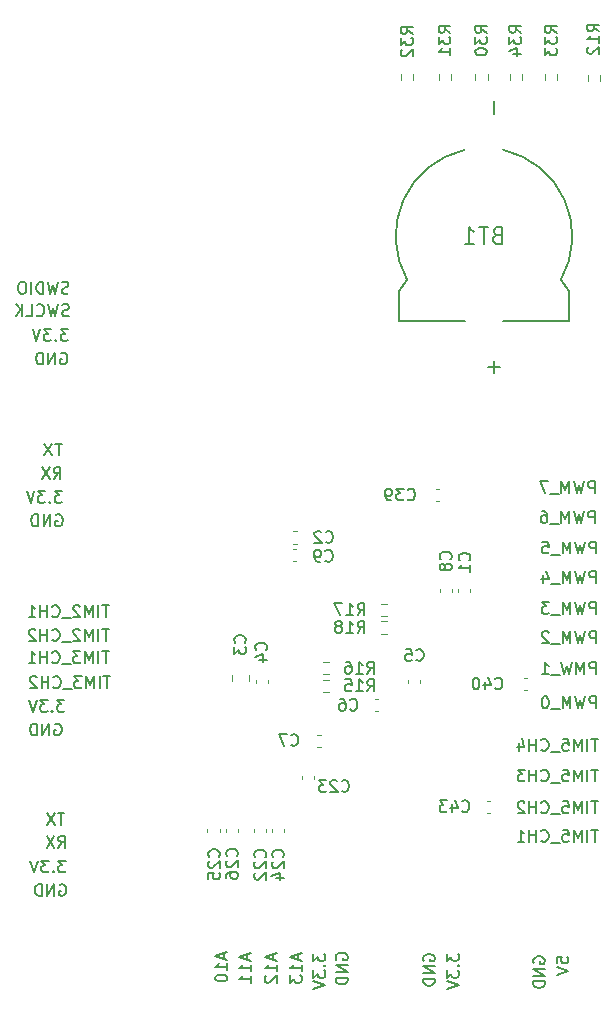
<source format=gbr>
%TF.GenerationSoftware,KiCad,Pcbnew,(6.0.0)*%
%TF.CreationDate,2022-03-02T14:27:29+07:00*%
%TF.ProjectId,FC-32,46432d33-322e-46b6-9963-61645f706362,rev?*%
%TF.SameCoordinates,Original*%
%TF.FileFunction,Legend,Bot*%
%TF.FilePolarity,Positive*%
%FSLAX46Y46*%
G04 Gerber Fmt 4.6, Leading zero omitted, Abs format (unit mm)*
G04 Created by KiCad (PCBNEW (6.0.0)) date 2022-03-02 14:27:29*
%MOMM*%
%LPD*%
G01*
G04 APERTURE LIST*
%ADD10C,0.150000*%
%ADD11C,0.120000*%
%ADD12C,0.127000*%
G04 APERTURE END LIST*
D10*
X180861904Y-113352380D02*
X180861904Y-112352380D01*
X180480952Y-112352380D01*
X180385714Y-112400000D01*
X180338095Y-112447619D01*
X180290476Y-112542857D01*
X180290476Y-112685714D01*
X180338095Y-112780952D01*
X180385714Y-112828571D01*
X180480952Y-112876190D01*
X180861904Y-112876190D01*
X179957142Y-112352380D02*
X179719047Y-113352380D01*
X179528571Y-112638095D01*
X179338095Y-113352380D01*
X179100000Y-112352380D01*
X178719047Y-113352380D02*
X178719047Y-112352380D01*
X178385714Y-113066666D01*
X178052380Y-112352380D01*
X178052380Y-113352380D01*
X177814285Y-113447619D02*
X177052380Y-113447619D01*
X176623809Y-112352380D02*
X176528571Y-112352380D01*
X176433333Y-112400000D01*
X176385714Y-112447619D01*
X176338095Y-112542857D01*
X176290476Y-112733333D01*
X176290476Y-112971428D01*
X176338095Y-113161904D01*
X176385714Y-113257142D01*
X176433333Y-113304761D01*
X176528571Y-113352380D01*
X176623809Y-113352380D01*
X176719047Y-113304761D01*
X176766666Y-113257142D01*
X176814285Y-113161904D01*
X176861904Y-112971428D01*
X176861904Y-112733333D01*
X176814285Y-112542857D01*
X176766666Y-112447619D01*
X176719047Y-112400000D01*
X176623809Y-112352380D01*
X180861904Y-110452380D02*
X180861904Y-109452380D01*
X180480952Y-109452380D01*
X180385714Y-109500000D01*
X180338095Y-109547619D01*
X180290476Y-109642857D01*
X180290476Y-109785714D01*
X180338095Y-109880952D01*
X180385714Y-109928571D01*
X180480952Y-109976190D01*
X180861904Y-109976190D01*
X179861904Y-110452380D02*
X179861904Y-109452380D01*
X179528571Y-110166666D01*
X179195238Y-109452380D01*
X179195238Y-110452380D01*
X178814285Y-109452380D02*
X178576190Y-110452380D01*
X178385714Y-109738095D01*
X178195238Y-110452380D01*
X177957142Y-109452380D01*
X177814285Y-110547619D02*
X177052380Y-110547619D01*
X176290476Y-110452380D02*
X176861904Y-110452380D01*
X176576190Y-110452380D02*
X176576190Y-109452380D01*
X176671428Y-109595238D01*
X176766666Y-109690476D01*
X176861904Y-109738095D01*
X149366666Y-134109523D02*
X149366666Y-134585714D01*
X149652380Y-134014285D02*
X148652380Y-134347619D01*
X149652380Y-134680952D01*
X149652380Y-135538095D02*
X149652380Y-134966666D01*
X149652380Y-135252380D02*
X148652380Y-135252380D01*
X148795238Y-135157142D01*
X148890476Y-135061904D01*
X148938095Y-134966666D01*
X148652380Y-136157142D02*
X148652380Y-136252380D01*
X148700000Y-136347619D01*
X148747619Y-136395238D01*
X148842857Y-136442857D01*
X149033333Y-136490476D01*
X149271428Y-136490476D01*
X149461904Y-136442857D01*
X149557142Y-136395238D01*
X149604761Y-136347619D01*
X149652380Y-136252380D01*
X149652380Y-136157142D01*
X149604761Y-136061904D01*
X149557142Y-136014285D01*
X149461904Y-135966666D01*
X149271428Y-135919047D01*
X149033333Y-135919047D01*
X148842857Y-135966666D01*
X148747619Y-136014285D01*
X148700000Y-136061904D01*
X148652380Y-136157142D01*
X155666666Y-134209523D02*
X155666666Y-134685714D01*
X155952380Y-134114285D02*
X154952380Y-134447619D01*
X155952380Y-134780952D01*
X155952380Y-135638095D02*
X155952380Y-135066666D01*
X155952380Y-135352380D02*
X154952380Y-135352380D01*
X155095238Y-135257142D01*
X155190476Y-135161904D01*
X155238095Y-135066666D01*
X154952380Y-135971428D02*
X154952380Y-136590476D01*
X155333333Y-136257142D01*
X155333333Y-136400000D01*
X155380952Y-136495238D01*
X155428571Y-136542857D01*
X155523809Y-136590476D01*
X155761904Y-136590476D01*
X155857142Y-136542857D01*
X155904761Y-136495238D01*
X155952380Y-136400000D01*
X155952380Y-136114285D01*
X155904761Y-136019047D01*
X155857142Y-135971428D01*
X135461904Y-128300000D02*
X135557142Y-128252380D01*
X135700000Y-128252380D01*
X135842857Y-128300000D01*
X135938095Y-128395238D01*
X135985714Y-128490476D01*
X136033333Y-128680952D01*
X136033333Y-128823809D01*
X135985714Y-129014285D01*
X135938095Y-129109523D01*
X135842857Y-129204761D01*
X135700000Y-129252380D01*
X135604761Y-129252380D01*
X135461904Y-129204761D01*
X135414285Y-129157142D01*
X135414285Y-128823809D01*
X135604761Y-128823809D01*
X134985714Y-129252380D02*
X134985714Y-128252380D01*
X134414285Y-129252380D01*
X134414285Y-128252380D01*
X133938095Y-129252380D02*
X133938095Y-128252380D01*
X133700000Y-128252380D01*
X133557142Y-128300000D01*
X133461904Y-128395238D01*
X133414285Y-128490476D01*
X133366666Y-128680952D01*
X133366666Y-128823809D01*
X133414285Y-129014285D01*
X133461904Y-129109523D01*
X133557142Y-129204761D01*
X133700000Y-129252380D01*
X133938095Y-129252380D01*
X175600000Y-134938095D02*
X175552380Y-134842857D01*
X175552380Y-134700000D01*
X175600000Y-134557142D01*
X175695238Y-134461904D01*
X175790476Y-134414285D01*
X175980952Y-134366666D01*
X176123809Y-134366666D01*
X176314285Y-134414285D01*
X176409523Y-134461904D01*
X176504761Y-134557142D01*
X176552380Y-134700000D01*
X176552380Y-134795238D01*
X176504761Y-134938095D01*
X176457142Y-134985714D01*
X176123809Y-134985714D01*
X176123809Y-134795238D01*
X176552380Y-135414285D02*
X175552380Y-135414285D01*
X176552380Y-135985714D01*
X175552380Y-135985714D01*
X176552380Y-136461904D02*
X175552380Y-136461904D01*
X175552380Y-136700000D01*
X175600000Y-136842857D01*
X175695238Y-136938095D01*
X175790476Y-136985714D01*
X175980952Y-137033333D01*
X176123809Y-137033333D01*
X176314285Y-136985714D01*
X176409523Y-136938095D01*
X176504761Y-136842857D01*
X176552380Y-136700000D01*
X176552380Y-136461904D01*
X180861904Y-100252380D02*
X180861904Y-99252380D01*
X180480952Y-99252380D01*
X180385714Y-99300000D01*
X180338095Y-99347619D01*
X180290476Y-99442857D01*
X180290476Y-99585714D01*
X180338095Y-99680952D01*
X180385714Y-99728571D01*
X180480952Y-99776190D01*
X180861904Y-99776190D01*
X179957142Y-99252380D02*
X179719047Y-100252380D01*
X179528571Y-99538095D01*
X179338095Y-100252380D01*
X179100000Y-99252380D01*
X178719047Y-100252380D02*
X178719047Y-99252380D01*
X178385714Y-99966666D01*
X178052380Y-99252380D01*
X178052380Y-100252380D01*
X177814285Y-100347619D02*
X177052380Y-100347619D01*
X176338095Y-99252380D02*
X176814285Y-99252380D01*
X176861904Y-99728571D01*
X176814285Y-99680952D01*
X176719047Y-99633333D01*
X176480952Y-99633333D01*
X176385714Y-99680952D01*
X176338095Y-99728571D01*
X176290476Y-99823809D01*
X176290476Y-100061904D01*
X176338095Y-100157142D01*
X176385714Y-100204761D01*
X176480952Y-100252380D01*
X176719047Y-100252380D01*
X176814285Y-100204761D01*
X176861904Y-100157142D01*
X177552380Y-134909523D02*
X177552380Y-134433333D01*
X178028571Y-134385714D01*
X177980952Y-134433333D01*
X177933333Y-134528571D01*
X177933333Y-134766666D01*
X177980952Y-134861904D01*
X178028571Y-134909523D01*
X178123809Y-134957142D01*
X178361904Y-134957142D01*
X178457142Y-134909523D01*
X178504761Y-134861904D01*
X178552380Y-134766666D01*
X178552380Y-134528571D01*
X178504761Y-134433333D01*
X178457142Y-134385714D01*
X177552380Y-135242857D02*
X178552380Y-135576190D01*
X177552380Y-135909523D01*
X181052380Y-118552380D02*
X180480952Y-118552380D01*
X180766666Y-119552380D02*
X180766666Y-118552380D01*
X180147619Y-119552380D02*
X180147619Y-118552380D01*
X179671428Y-119552380D02*
X179671428Y-118552380D01*
X179338095Y-119266666D01*
X179004761Y-118552380D01*
X179004761Y-119552380D01*
X178052380Y-118552380D02*
X178528571Y-118552380D01*
X178576190Y-119028571D01*
X178528571Y-118980952D01*
X178433333Y-118933333D01*
X178195238Y-118933333D01*
X178100000Y-118980952D01*
X178052380Y-119028571D01*
X178004761Y-119123809D01*
X178004761Y-119361904D01*
X178052380Y-119457142D01*
X178100000Y-119504761D01*
X178195238Y-119552380D01*
X178433333Y-119552380D01*
X178528571Y-119504761D01*
X178576190Y-119457142D01*
X177814285Y-119647619D02*
X177052380Y-119647619D01*
X176242857Y-119457142D02*
X176290476Y-119504761D01*
X176433333Y-119552380D01*
X176528571Y-119552380D01*
X176671428Y-119504761D01*
X176766666Y-119409523D01*
X176814285Y-119314285D01*
X176861904Y-119123809D01*
X176861904Y-118980952D01*
X176814285Y-118790476D01*
X176766666Y-118695238D01*
X176671428Y-118600000D01*
X176528571Y-118552380D01*
X176433333Y-118552380D01*
X176290476Y-118600000D01*
X176242857Y-118647619D01*
X175814285Y-119552380D02*
X175814285Y-118552380D01*
X175814285Y-119028571D02*
X175242857Y-119028571D01*
X175242857Y-119552380D02*
X175242857Y-118552380D01*
X174861904Y-118552380D02*
X174242857Y-118552380D01*
X174576190Y-118933333D01*
X174433333Y-118933333D01*
X174338095Y-118980952D01*
X174290476Y-119028571D01*
X174242857Y-119123809D01*
X174242857Y-119361904D01*
X174290476Y-119457142D01*
X174338095Y-119504761D01*
X174433333Y-119552380D01*
X174719047Y-119552380D01*
X174814285Y-119504761D01*
X174861904Y-119457142D01*
X180861904Y-105352380D02*
X180861904Y-104352380D01*
X180480952Y-104352380D01*
X180385714Y-104400000D01*
X180338095Y-104447619D01*
X180290476Y-104542857D01*
X180290476Y-104685714D01*
X180338095Y-104780952D01*
X180385714Y-104828571D01*
X180480952Y-104876190D01*
X180861904Y-104876190D01*
X179957142Y-104352380D02*
X179719047Y-105352380D01*
X179528571Y-104638095D01*
X179338095Y-105352380D01*
X179100000Y-104352380D01*
X178719047Y-105352380D02*
X178719047Y-104352380D01*
X178385714Y-105066666D01*
X178052380Y-104352380D01*
X178052380Y-105352380D01*
X177814285Y-105447619D02*
X177052380Y-105447619D01*
X176909523Y-104352380D02*
X176290476Y-104352380D01*
X176623809Y-104733333D01*
X176480952Y-104733333D01*
X176385714Y-104780952D01*
X176338095Y-104828571D01*
X176290476Y-104923809D01*
X176290476Y-105161904D01*
X176338095Y-105257142D01*
X176385714Y-105304761D01*
X176480952Y-105352380D01*
X176766666Y-105352380D01*
X176861904Y-105304761D01*
X176909523Y-105257142D01*
X166300000Y-134738095D02*
X166252380Y-134642857D01*
X166252380Y-134500000D01*
X166300000Y-134357142D01*
X166395238Y-134261904D01*
X166490476Y-134214285D01*
X166680952Y-134166666D01*
X166823809Y-134166666D01*
X167014285Y-134214285D01*
X167109523Y-134261904D01*
X167204761Y-134357142D01*
X167252380Y-134500000D01*
X167252380Y-134595238D01*
X167204761Y-134738095D01*
X167157142Y-134785714D01*
X166823809Y-134785714D01*
X166823809Y-134595238D01*
X167252380Y-135214285D02*
X166252380Y-135214285D01*
X167252380Y-135785714D01*
X166252380Y-135785714D01*
X167252380Y-136261904D02*
X166252380Y-136261904D01*
X166252380Y-136500000D01*
X166300000Y-136642857D01*
X166395238Y-136738095D01*
X166490476Y-136785714D01*
X166680952Y-136833333D01*
X166823809Y-136833333D01*
X167014285Y-136785714D01*
X167109523Y-136738095D01*
X167204761Y-136642857D01*
X167252380Y-136500000D01*
X167252380Y-136261904D01*
X153566666Y-134209523D02*
X153566666Y-134685714D01*
X153852380Y-134114285D02*
X152852380Y-134447619D01*
X153852380Y-134780952D01*
X153852380Y-135638095D02*
X153852380Y-135066666D01*
X153852380Y-135352380D02*
X152852380Y-135352380D01*
X152995238Y-135257142D01*
X153090476Y-135161904D01*
X153138095Y-135066666D01*
X152947619Y-136019047D02*
X152900000Y-136066666D01*
X152852380Y-136161904D01*
X152852380Y-136400000D01*
X152900000Y-136495238D01*
X152947619Y-136542857D01*
X153042857Y-136590476D01*
X153138095Y-136590476D01*
X153280952Y-136542857D01*
X153852380Y-135971428D01*
X153852380Y-136590476D01*
X135661904Y-90952380D02*
X135090476Y-90952380D01*
X135376190Y-91952380D02*
X135376190Y-90952380D01*
X134852380Y-90952380D02*
X134185714Y-91952380D01*
X134185714Y-90952380D02*
X134852380Y-91952380D01*
X134966666Y-93952380D02*
X135300000Y-93476190D01*
X135538095Y-93952380D02*
X135538095Y-92952380D01*
X135157142Y-92952380D01*
X135061904Y-93000000D01*
X135014285Y-93047619D01*
X134966666Y-93142857D01*
X134966666Y-93285714D01*
X135014285Y-93380952D01*
X135061904Y-93428571D01*
X135157142Y-93476190D01*
X135538095Y-93476190D01*
X134633333Y-92952380D02*
X133966666Y-93952380D01*
X133966666Y-92952380D02*
X134633333Y-93952380D01*
X135676190Y-94952380D02*
X135057142Y-94952380D01*
X135390476Y-95333333D01*
X135247619Y-95333333D01*
X135152380Y-95380952D01*
X135104761Y-95428571D01*
X135057142Y-95523809D01*
X135057142Y-95761904D01*
X135104761Y-95857142D01*
X135152380Y-95904761D01*
X135247619Y-95952380D01*
X135533333Y-95952380D01*
X135628571Y-95904761D01*
X135676190Y-95857142D01*
X134628571Y-95857142D02*
X134580952Y-95904761D01*
X134628571Y-95952380D01*
X134676190Y-95904761D01*
X134628571Y-95857142D01*
X134628571Y-95952380D01*
X134247619Y-94952380D02*
X133628571Y-94952380D01*
X133961904Y-95333333D01*
X133819047Y-95333333D01*
X133723809Y-95380952D01*
X133676190Y-95428571D01*
X133628571Y-95523809D01*
X133628571Y-95761904D01*
X133676190Y-95857142D01*
X133723809Y-95904761D01*
X133819047Y-95952380D01*
X134104761Y-95952380D01*
X134200000Y-95904761D01*
X134247619Y-95857142D01*
X133342857Y-94952380D02*
X133009523Y-95952380D01*
X132676190Y-94952380D01*
X135976190Y-126252380D02*
X135357142Y-126252380D01*
X135690476Y-126633333D01*
X135547619Y-126633333D01*
X135452380Y-126680952D01*
X135404761Y-126728571D01*
X135357142Y-126823809D01*
X135357142Y-127061904D01*
X135404761Y-127157142D01*
X135452380Y-127204761D01*
X135547619Y-127252380D01*
X135833333Y-127252380D01*
X135928571Y-127204761D01*
X135976190Y-127157142D01*
X134928571Y-127157142D02*
X134880952Y-127204761D01*
X134928571Y-127252380D01*
X134976190Y-127204761D01*
X134928571Y-127157142D01*
X134928571Y-127252380D01*
X134547619Y-126252380D02*
X133928571Y-126252380D01*
X134261904Y-126633333D01*
X134119047Y-126633333D01*
X134023809Y-126680952D01*
X133976190Y-126728571D01*
X133928571Y-126823809D01*
X133928571Y-127061904D01*
X133976190Y-127157142D01*
X134023809Y-127204761D01*
X134119047Y-127252380D01*
X134404761Y-127252380D01*
X134500000Y-127204761D01*
X134547619Y-127157142D01*
X133642857Y-126252380D02*
X133309523Y-127252380D01*
X132976190Y-126252380D01*
X135061904Y-114700000D02*
X135157142Y-114652380D01*
X135300000Y-114652380D01*
X135442857Y-114700000D01*
X135538095Y-114795238D01*
X135585714Y-114890476D01*
X135633333Y-115080952D01*
X135633333Y-115223809D01*
X135585714Y-115414285D01*
X135538095Y-115509523D01*
X135442857Y-115604761D01*
X135300000Y-115652380D01*
X135204761Y-115652380D01*
X135061904Y-115604761D01*
X135014285Y-115557142D01*
X135014285Y-115223809D01*
X135204761Y-115223809D01*
X134585714Y-115652380D02*
X134585714Y-114652380D01*
X134014285Y-115652380D01*
X134014285Y-114652380D01*
X133538095Y-115652380D02*
X133538095Y-114652380D01*
X133300000Y-114652380D01*
X133157142Y-114700000D01*
X133061904Y-114795238D01*
X133014285Y-114890476D01*
X132966666Y-115080952D01*
X132966666Y-115223809D01*
X133014285Y-115414285D01*
X133061904Y-115509523D01*
X133157142Y-115604761D01*
X133300000Y-115652380D01*
X133538095Y-115652380D01*
X139752380Y-110652380D02*
X139180952Y-110652380D01*
X139466666Y-111652380D02*
X139466666Y-110652380D01*
X138847619Y-111652380D02*
X138847619Y-110652380D01*
X138371428Y-111652380D02*
X138371428Y-110652380D01*
X138038095Y-111366666D01*
X137704761Y-110652380D01*
X137704761Y-111652380D01*
X137323809Y-110652380D02*
X136704761Y-110652380D01*
X137038095Y-111033333D01*
X136895238Y-111033333D01*
X136800000Y-111080952D01*
X136752380Y-111128571D01*
X136704761Y-111223809D01*
X136704761Y-111461904D01*
X136752380Y-111557142D01*
X136800000Y-111604761D01*
X136895238Y-111652380D01*
X137180952Y-111652380D01*
X137276190Y-111604761D01*
X137323809Y-111557142D01*
X136514285Y-111747619D02*
X135752380Y-111747619D01*
X134942857Y-111557142D02*
X134990476Y-111604761D01*
X135133333Y-111652380D01*
X135228571Y-111652380D01*
X135371428Y-111604761D01*
X135466666Y-111509523D01*
X135514285Y-111414285D01*
X135561904Y-111223809D01*
X135561904Y-111080952D01*
X135514285Y-110890476D01*
X135466666Y-110795238D01*
X135371428Y-110700000D01*
X135228571Y-110652380D01*
X135133333Y-110652380D01*
X134990476Y-110700000D01*
X134942857Y-110747619D01*
X134514285Y-111652380D02*
X134514285Y-110652380D01*
X134514285Y-111128571D02*
X133942857Y-111128571D01*
X133942857Y-111652380D02*
X133942857Y-110652380D01*
X133514285Y-110747619D02*
X133466666Y-110700000D01*
X133371428Y-110652380D01*
X133133333Y-110652380D01*
X133038095Y-110700000D01*
X132990476Y-110747619D01*
X132942857Y-110842857D01*
X132942857Y-110938095D01*
X132990476Y-111080952D01*
X133561904Y-111652380D01*
X132942857Y-111652380D01*
X136176190Y-81252380D02*
X135557142Y-81252380D01*
X135890476Y-81633333D01*
X135747619Y-81633333D01*
X135652380Y-81680952D01*
X135604761Y-81728571D01*
X135557142Y-81823809D01*
X135557142Y-82061904D01*
X135604761Y-82157142D01*
X135652380Y-82204761D01*
X135747619Y-82252380D01*
X136033333Y-82252380D01*
X136128571Y-82204761D01*
X136176190Y-82157142D01*
X135128571Y-82157142D02*
X135080952Y-82204761D01*
X135128571Y-82252380D01*
X135176190Y-82204761D01*
X135128571Y-82157142D01*
X135128571Y-82252380D01*
X134747619Y-81252380D02*
X134128571Y-81252380D01*
X134461904Y-81633333D01*
X134319047Y-81633333D01*
X134223809Y-81680952D01*
X134176190Y-81728571D01*
X134128571Y-81823809D01*
X134128571Y-82061904D01*
X134176190Y-82157142D01*
X134223809Y-82204761D01*
X134319047Y-82252380D01*
X134604761Y-82252380D01*
X134700000Y-82204761D01*
X134747619Y-82157142D01*
X133842857Y-81252380D02*
X133509523Y-82252380D01*
X133176190Y-81252380D01*
X151366666Y-134209523D02*
X151366666Y-134685714D01*
X151652380Y-134114285D02*
X150652380Y-134447619D01*
X151652380Y-134780952D01*
X151652380Y-135638095D02*
X151652380Y-135066666D01*
X151652380Y-135352380D02*
X150652380Y-135352380D01*
X150795238Y-135257142D01*
X150890476Y-135161904D01*
X150938095Y-135066666D01*
X151652380Y-136590476D02*
X151652380Y-136019047D01*
X151652380Y-136304761D02*
X150652380Y-136304761D01*
X150795238Y-136209523D01*
X150890476Y-136114285D01*
X150938095Y-136019047D01*
X136219047Y-78204761D02*
X136076190Y-78252380D01*
X135838095Y-78252380D01*
X135742857Y-78204761D01*
X135695238Y-78157142D01*
X135647619Y-78061904D01*
X135647619Y-77966666D01*
X135695238Y-77871428D01*
X135742857Y-77823809D01*
X135838095Y-77776190D01*
X136028571Y-77728571D01*
X136123809Y-77680952D01*
X136171428Y-77633333D01*
X136219047Y-77538095D01*
X136219047Y-77442857D01*
X136171428Y-77347619D01*
X136123809Y-77300000D01*
X136028571Y-77252380D01*
X135790476Y-77252380D01*
X135647619Y-77300000D01*
X135314285Y-77252380D02*
X135076190Y-78252380D01*
X134885714Y-77538095D01*
X134695238Y-78252380D01*
X134457142Y-77252380D01*
X134076190Y-78252380D02*
X134076190Y-77252380D01*
X133838095Y-77252380D01*
X133695238Y-77300000D01*
X133600000Y-77395238D01*
X133552380Y-77490476D01*
X133504761Y-77680952D01*
X133504761Y-77823809D01*
X133552380Y-78014285D01*
X133600000Y-78109523D01*
X133695238Y-78204761D01*
X133838095Y-78252380D01*
X134076190Y-78252380D01*
X133076190Y-78252380D02*
X133076190Y-77252380D01*
X132409523Y-77252380D02*
X132219047Y-77252380D01*
X132123809Y-77300000D01*
X132028571Y-77395238D01*
X131980952Y-77585714D01*
X131980952Y-77919047D01*
X132028571Y-78109523D01*
X132123809Y-78204761D01*
X132219047Y-78252380D01*
X132409523Y-78252380D01*
X132504761Y-78204761D01*
X132600000Y-78109523D01*
X132647619Y-77919047D01*
X132647619Y-77585714D01*
X132600000Y-77395238D01*
X132504761Y-77300000D01*
X132409523Y-77252380D01*
X181052380Y-115952380D02*
X180480952Y-115952380D01*
X180766666Y-116952380D02*
X180766666Y-115952380D01*
X180147619Y-116952380D02*
X180147619Y-115952380D01*
X179671428Y-116952380D02*
X179671428Y-115952380D01*
X179338095Y-116666666D01*
X179004761Y-115952380D01*
X179004761Y-116952380D01*
X178052380Y-115952380D02*
X178528571Y-115952380D01*
X178576190Y-116428571D01*
X178528571Y-116380952D01*
X178433333Y-116333333D01*
X178195238Y-116333333D01*
X178100000Y-116380952D01*
X178052380Y-116428571D01*
X178004761Y-116523809D01*
X178004761Y-116761904D01*
X178052380Y-116857142D01*
X178100000Y-116904761D01*
X178195238Y-116952380D01*
X178433333Y-116952380D01*
X178528571Y-116904761D01*
X178576190Y-116857142D01*
X177814285Y-117047619D02*
X177052380Y-117047619D01*
X176242857Y-116857142D02*
X176290476Y-116904761D01*
X176433333Y-116952380D01*
X176528571Y-116952380D01*
X176671428Y-116904761D01*
X176766666Y-116809523D01*
X176814285Y-116714285D01*
X176861904Y-116523809D01*
X176861904Y-116380952D01*
X176814285Y-116190476D01*
X176766666Y-116095238D01*
X176671428Y-116000000D01*
X176528571Y-115952380D01*
X176433333Y-115952380D01*
X176290476Y-116000000D01*
X176242857Y-116047619D01*
X175814285Y-116952380D02*
X175814285Y-115952380D01*
X175814285Y-116428571D02*
X175242857Y-116428571D01*
X175242857Y-116952380D02*
X175242857Y-115952380D01*
X174338095Y-116285714D02*
X174338095Y-116952380D01*
X174576190Y-115904761D02*
X174814285Y-116619047D01*
X174195238Y-116619047D01*
X135861904Y-122252380D02*
X135290476Y-122252380D01*
X135576190Y-123252380D02*
X135576190Y-122252380D01*
X135052380Y-122252380D02*
X134385714Y-123252380D01*
X134385714Y-122252380D02*
X135052380Y-123252380D01*
X180861904Y-102752380D02*
X180861904Y-101752380D01*
X180480952Y-101752380D01*
X180385714Y-101800000D01*
X180338095Y-101847619D01*
X180290476Y-101942857D01*
X180290476Y-102085714D01*
X180338095Y-102180952D01*
X180385714Y-102228571D01*
X180480952Y-102276190D01*
X180861904Y-102276190D01*
X179957142Y-101752380D02*
X179719047Y-102752380D01*
X179528571Y-102038095D01*
X179338095Y-102752380D01*
X179100000Y-101752380D01*
X178719047Y-102752380D02*
X178719047Y-101752380D01*
X178385714Y-102466666D01*
X178052380Y-101752380D01*
X178052380Y-102752380D01*
X177814285Y-102847619D02*
X177052380Y-102847619D01*
X176385714Y-102085714D02*
X176385714Y-102752380D01*
X176623809Y-101704761D02*
X176861904Y-102419047D01*
X176242857Y-102419047D01*
X139652380Y-108552380D02*
X139080952Y-108552380D01*
X139366666Y-109552380D02*
X139366666Y-108552380D01*
X138747619Y-109552380D02*
X138747619Y-108552380D01*
X138271428Y-109552380D02*
X138271428Y-108552380D01*
X137938095Y-109266666D01*
X137604761Y-108552380D01*
X137604761Y-109552380D01*
X137223809Y-108552380D02*
X136604761Y-108552380D01*
X136938095Y-108933333D01*
X136795238Y-108933333D01*
X136700000Y-108980952D01*
X136652380Y-109028571D01*
X136604761Y-109123809D01*
X136604761Y-109361904D01*
X136652380Y-109457142D01*
X136700000Y-109504761D01*
X136795238Y-109552380D01*
X137080952Y-109552380D01*
X137176190Y-109504761D01*
X137223809Y-109457142D01*
X136414285Y-109647619D02*
X135652380Y-109647619D01*
X134842857Y-109457142D02*
X134890476Y-109504761D01*
X135033333Y-109552380D01*
X135128571Y-109552380D01*
X135271428Y-109504761D01*
X135366666Y-109409523D01*
X135414285Y-109314285D01*
X135461904Y-109123809D01*
X135461904Y-108980952D01*
X135414285Y-108790476D01*
X135366666Y-108695238D01*
X135271428Y-108600000D01*
X135128571Y-108552380D01*
X135033333Y-108552380D01*
X134890476Y-108600000D01*
X134842857Y-108647619D01*
X134414285Y-109552380D02*
X134414285Y-108552380D01*
X134414285Y-109028571D02*
X133842857Y-109028571D01*
X133842857Y-109552380D02*
X133842857Y-108552380D01*
X132842857Y-109552380D02*
X133414285Y-109552380D01*
X133128571Y-109552380D02*
X133128571Y-108552380D01*
X133223809Y-108695238D01*
X133319047Y-108790476D01*
X133414285Y-108838095D01*
X180761904Y-97652380D02*
X180761904Y-96652380D01*
X180380952Y-96652380D01*
X180285714Y-96700000D01*
X180238095Y-96747619D01*
X180190476Y-96842857D01*
X180190476Y-96985714D01*
X180238095Y-97080952D01*
X180285714Y-97128571D01*
X180380952Y-97176190D01*
X180761904Y-97176190D01*
X179857142Y-96652380D02*
X179619047Y-97652380D01*
X179428571Y-96938095D01*
X179238095Y-97652380D01*
X179000000Y-96652380D01*
X178619047Y-97652380D02*
X178619047Y-96652380D01*
X178285714Y-97366666D01*
X177952380Y-96652380D01*
X177952380Y-97652380D01*
X177714285Y-97747619D02*
X176952380Y-97747619D01*
X176285714Y-96652380D02*
X176476190Y-96652380D01*
X176571428Y-96700000D01*
X176619047Y-96747619D01*
X176714285Y-96890476D01*
X176761904Y-97080952D01*
X176761904Y-97461904D01*
X176714285Y-97557142D01*
X176666666Y-97604761D01*
X176571428Y-97652380D01*
X176380952Y-97652380D01*
X176285714Y-97604761D01*
X176238095Y-97557142D01*
X176190476Y-97461904D01*
X176190476Y-97223809D01*
X176238095Y-97128571D01*
X176285714Y-97080952D01*
X176380952Y-97033333D01*
X176571428Y-97033333D01*
X176666666Y-97080952D01*
X176714285Y-97128571D01*
X176761904Y-97223809D01*
X181052380Y-121252380D02*
X180480952Y-121252380D01*
X180766666Y-122252380D02*
X180766666Y-121252380D01*
X180147619Y-122252380D02*
X180147619Y-121252380D01*
X179671428Y-122252380D02*
X179671428Y-121252380D01*
X179338095Y-121966666D01*
X179004761Y-121252380D01*
X179004761Y-122252380D01*
X178052380Y-121252380D02*
X178528571Y-121252380D01*
X178576190Y-121728571D01*
X178528571Y-121680952D01*
X178433333Y-121633333D01*
X178195238Y-121633333D01*
X178100000Y-121680952D01*
X178052380Y-121728571D01*
X178004761Y-121823809D01*
X178004761Y-122061904D01*
X178052380Y-122157142D01*
X178100000Y-122204761D01*
X178195238Y-122252380D01*
X178433333Y-122252380D01*
X178528571Y-122204761D01*
X178576190Y-122157142D01*
X177814285Y-122347619D02*
X177052380Y-122347619D01*
X176242857Y-122157142D02*
X176290476Y-122204761D01*
X176433333Y-122252380D01*
X176528571Y-122252380D01*
X176671428Y-122204761D01*
X176766666Y-122109523D01*
X176814285Y-122014285D01*
X176861904Y-121823809D01*
X176861904Y-121680952D01*
X176814285Y-121490476D01*
X176766666Y-121395238D01*
X176671428Y-121300000D01*
X176528571Y-121252380D01*
X176433333Y-121252380D01*
X176290476Y-121300000D01*
X176242857Y-121347619D01*
X175814285Y-122252380D02*
X175814285Y-121252380D01*
X175814285Y-121728571D02*
X175242857Y-121728571D01*
X175242857Y-122252380D02*
X175242857Y-121252380D01*
X174814285Y-121347619D02*
X174766666Y-121300000D01*
X174671428Y-121252380D01*
X174433333Y-121252380D01*
X174338095Y-121300000D01*
X174290476Y-121347619D01*
X174242857Y-121442857D01*
X174242857Y-121538095D01*
X174290476Y-121680952D01*
X174861904Y-122252380D01*
X174242857Y-122252380D01*
X135876190Y-112652380D02*
X135257142Y-112652380D01*
X135590476Y-113033333D01*
X135447619Y-113033333D01*
X135352380Y-113080952D01*
X135304761Y-113128571D01*
X135257142Y-113223809D01*
X135257142Y-113461904D01*
X135304761Y-113557142D01*
X135352380Y-113604761D01*
X135447619Y-113652380D01*
X135733333Y-113652380D01*
X135828571Y-113604761D01*
X135876190Y-113557142D01*
X134828571Y-113557142D02*
X134780952Y-113604761D01*
X134828571Y-113652380D01*
X134876190Y-113604761D01*
X134828571Y-113557142D01*
X134828571Y-113652380D01*
X134447619Y-112652380D02*
X133828571Y-112652380D01*
X134161904Y-113033333D01*
X134019047Y-113033333D01*
X133923809Y-113080952D01*
X133876190Y-113128571D01*
X133828571Y-113223809D01*
X133828571Y-113461904D01*
X133876190Y-113557142D01*
X133923809Y-113604761D01*
X134019047Y-113652380D01*
X134304761Y-113652380D01*
X134400000Y-113604761D01*
X134447619Y-113557142D01*
X133542857Y-112652380D02*
X133209523Y-113652380D01*
X132876190Y-112652380D01*
X135366666Y-125152380D02*
X135700000Y-124676190D01*
X135938095Y-125152380D02*
X135938095Y-124152380D01*
X135557142Y-124152380D01*
X135461904Y-124200000D01*
X135414285Y-124247619D01*
X135366666Y-124342857D01*
X135366666Y-124485714D01*
X135414285Y-124580952D01*
X135461904Y-124628571D01*
X135557142Y-124676190D01*
X135938095Y-124676190D01*
X135033333Y-124152380D02*
X134366666Y-125152380D01*
X134366666Y-124152380D02*
X135033333Y-125152380D01*
X136261904Y-80104761D02*
X136119047Y-80152380D01*
X135880952Y-80152380D01*
X135785714Y-80104761D01*
X135738095Y-80057142D01*
X135690476Y-79961904D01*
X135690476Y-79866666D01*
X135738095Y-79771428D01*
X135785714Y-79723809D01*
X135880952Y-79676190D01*
X136071428Y-79628571D01*
X136166666Y-79580952D01*
X136214285Y-79533333D01*
X136261904Y-79438095D01*
X136261904Y-79342857D01*
X136214285Y-79247619D01*
X136166666Y-79200000D01*
X136071428Y-79152380D01*
X135833333Y-79152380D01*
X135690476Y-79200000D01*
X135357142Y-79152380D02*
X135119047Y-80152380D01*
X134928571Y-79438095D01*
X134738095Y-80152380D01*
X134500000Y-79152380D01*
X133547619Y-80057142D02*
X133595238Y-80104761D01*
X133738095Y-80152380D01*
X133833333Y-80152380D01*
X133976190Y-80104761D01*
X134071428Y-80009523D01*
X134119047Y-79914285D01*
X134166666Y-79723809D01*
X134166666Y-79580952D01*
X134119047Y-79390476D01*
X134071428Y-79295238D01*
X133976190Y-79200000D01*
X133833333Y-79152380D01*
X133738095Y-79152380D01*
X133595238Y-79200000D01*
X133547619Y-79247619D01*
X132642857Y-80152380D02*
X133119047Y-80152380D01*
X133119047Y-79152380D01*
X132309523Y-80152380D02*
X132309523Y-79152380D01*
X131738095Y-80152380D02*
X132166666Y-79580952D01*
X131738095Y-79152380D02*
X132309523Y-79723809D01*
X158900000Y-134638095D02*
X158852380Y-134542857D01*
X158852380Y-134400000D01*
X158900000Y-134257142D01*
X158995238Y-134161904D01*
X159090476Y-134114285D01*
X159280952Y-134066666D01*
X159423809Y-134066666D01*
X159614285Y-134114285D01*
X159709523Y-134161904D01*
X159804761Y-134257142D01*
X159852380Y-134400000D01*
X159852380Y-134495238D01*
X159804761Y-134638095D01*
X159757142Y-134685714D01*
X159423809Y-134685714D01*
X159423809Y-134495238D01*
X159852380Y-135114285D02*
X158852380Y-135114285D01*
X159852380Y-135685714D01*
X158852380Y-135685714D01*
X159852380Y-136161904D02*
X158852380Y-136161904D01*
X158852380Y-136400000D01*
X158900000Y-136542857D01*
X158995238Y-136638095D01*
X159090476Y-136685714D01*
X159280952Y-136733333D01*
X159423809Y-136733333D01*
X159614285Y-136685714D01*
X159709523Y-136638095D01*
X159804761Y-136542857D01*
X159852380Y-136400000D01*
X159852380Y-136161904D01*
X168252380Y-134123809D02*
X168252380Y-134742857D01*
X168633333Y-134409523D01*
X168633333Y-134552380D01*
X168680952Y-134647619D01*
X168728571Y-134695238D01*
X168823809Y-134742857D01*
X169061904Y-134742857D01*
X169157142Y-134695238D01*
X169204761Y-134647619D01*
X169252380Y-134552380D01*
X169252380Y-134266666D01*
X169204761Y-134171428D01*
X169157142Y-134123809D01*
X169157142Y-135171428D02*
X169204761Y-135219047D01*
X169252380Y-135171428D01*
X169204761Y-135123809D01*
X169157142Y-135171428D01*
X169252380Y-135171428D01*
X168252380Y-135552380D02*
X168252380Y-136171428D01*
X168633333Y-135838095D01*
X168633333Y-135980952D01*
X168680952Y-136076190D01*
X168728571Y-136123809D01*
X168823809Y-136171428D01*
X169061904Y-136171428D01*
X169157142Y-136123809D01*
X169204761Y-136076190D01*
X169252380Y-135980952D01*
X169252380Y-135695238D01*
X169204761Y-135600000D01*
X169157142Y-135552380D01*
X168252380Y-136457142D02*
X169252380Y-136790476D01*
X168252380Y-137123809D01*
X180761904Y-95152380D02*
X180761904Y-94152380D01*
X180380952Y-94152380D01*
X180285714Y-94200000D01*
X180238095Y-94247619D01*
X180190476Y-94342857D01*
X180190476Y-94485714D01*
X180238095Y-94580952D01*
X180285714Y-94628571D01*
X180380952Y-94676190D01*
X180761904Y-94676190D01*
X179857142Y-94152380D02*
X179619047Y-95152380D01*
X179428571Y-94438095D01*
X179238095Y-95152380D01*
X179000000Y-94152380D01*
X178619047Y-95152380D02*
X178619047Y-94152380D01*
X178285714Y-94866666D01*
X177952380Y-94152380D01*
X177952380Y-95152380D01*
X177714285Y-95247619D02*
X176952380Y-95247619D01*
X176809523Y-94152380D02*
X176142857Y-94152380D01*
X176571428Y-95152380D01*
X135161904Y-97000000D02*
X135257142Y-96952380D01*
X135400000Y-96952380D01*
X135542857Y-97000000D01*
X135638095Y-97095238D01*
X135685714Y-97190476D01*
X135733333Y-97380952D01*
X135733333Y-97523809D01*
X135685714Y-97714285D01*
X135638095Y-97809523D01*
X135542857Y-97904761D01*
X135400000Y-97952380D01*
X135304761Y-97952380D01*
X135161904Y-97904761D01*
X135114285Y-97857142D01*
X135114285Y-97523809D01*
X135304761Y-97523809D01*
X134685714Y-97952380D02*
X134685714Y-96952380D01*
X134114285Y-97952380D01*
X134114285Y-96952380D01*
X133638095Y-97952380D02*
X133638095Y-96952380D01*
X133400000Y-96952380D01*
X133257142Y-97000000D01*
X133161904Y-97095238D01*
X133114285Y-97190476D01*
X133066666Y-97380952D01*
X133066666Y-97523809D01*
X133114285Y-97714285D01*
X133161904Y-97809523D01*
X133257142Y-97904761D01*
X133400000Y-97952380D01*
X133638095Y-97952380D01*
X139652380Y-104652380D02*
X139080952Y-104652380D01*
X139366666Y-105652380D02*
X139366666Y-104652380D01*
X138747619Y-105652380D02*
X138747619Y-104652380D01*
X138271428Y-105652380D02*
X138271428Y-104652380D01*
X137938095Y-105366666D01*
X137604761Y-104652380D01*
X137604761Y-105652380D01*
X137176190Y-104747619D02*
X137128571Y-104700000D01*
X137033333Y-104652380D01*
X136795238Y-104652380D01*
X136700000Y-104700000D01*
X136652380Y-104747619D01*
X136604761Y-104842857D01*
X136604761Y-104938095D01*
X136652380Y-105080952D01*
X137223809Y-105652380D01*
X136604761Y-105652380D01*
X136414285Y-105747619D02*
X135652380Y-105747619D01*
X134842857Y-105557142D02*
X134890476Y-105604761D01*
X135033333Y-105652380D01*
X135128571Y-105652380D01*
X135271428Y-105604761D01*
X135366666Y-105509523D01*
X135414285Y-105414285D01*
X135461904Y-105223809D01*
X135461904Y-105080952D01*
X135414285Y-104890476D01*
X135366666Y-104795238D01*
X135271428Y-104700000D01*
X135128571Y-104652380D01*
X135033333Y-104652380D01*
X134890476Y-104700000D01*
X134842857Y-104747619D01*
X134414285Y-105652380D02*
X134414285Y-104652380D01*
X134414285Y-105128571D02*
X133842857Y-105128571D01*
X133842857Y-105652380D02*
X133842857Y-104652380D01*
X132842857Y-105652380D02*
X133414285Y-105652380D01*
X133128571Y-105652380D02*
X133128571Y-104652380D01*
X133223809Y-104795238D01*
X133319047Y-104890476D01*
X133414285Y-104938095D01*
X156952380Y-134123809D02*
X156952380Y-134742857D01*
X157333333Y-134409523D01*
X157333333Y-134552380D01*
X157380952Y-134647619D01*
X157428571Y-134695238D01*
X157523809Y-134742857D01*
X157761904Y-134742857D01*
X157857142Y-134695238D01*
X157904761Y-134647619D01*
X157952380Y-134552380D01*
X157952380Y-134266666D01*
X157904761Y-134171428D01*
X157857142Y-134123809D01*
X157857142Y-135171428D02*
X157904761Y-135219047D01*
X157952380Y-135171428D01*
X157904761Y-135123809D01*
X157857142Y-135171428D01*
X157952380Y-135171428D01*
X156952380Y-135552380D02*
X156952380Y-136171428D01*
X157333333Y-135838095D01*
X157333333Y-135980952D01*
X157380952Y-136076190D01*
X157428571Y-136123809D01*
X157523809Y-136171428D01*
X157761904Y-136171428D01*
X157857142Y-136123809D01*
X157904761Y-136076190D01*
X157952380Y-135980952D01*
X157952380Y-135695238D01*
X157904761Y-135600000D01*
X157857142Y-135552380D01*
X156952380Y-136457142D02*
X157952380Y-136790476D01*
X156952380Y-137123809D01*
X181052380Y-123652380D02*
X180480952Y-123652380D01*
X180766666Y-124652380D02*
X180766666Y-123652380D01*
X180147619Y-124652380D02*
X180147619Y-123652380D01*
X179671428Y-124652380D02*
X179671428Y-123652380D01*
X179338095Y-124366666D01*
X179004761Y-123652380D01*
X179004761Y-124652380D01*
X178052380Y-123652380D02*
X178528571Y-123652380D01*
X178576190Y-124128571D01*
X178528571Y-124080952D01*
X178433333Y-124033333D01*
X178195238Y-124033333D01*
X178100000Y-124080952D01*
X178052380Y-124128571D01*
X178004761Y-124223809D01*
X178004761Y-124461904D01*
X178052380Y-124557142D01*
X178100000Y-124604761D01*
X178195238Y-124652380D01*
X178433333Y-124652380D01*
X178528571Y-124604761D01*
X178576190Y-124557142D01*
X177814285Y-124747619D02*
X177052380Y-124747619D01*
X176242857Y-124557142D02*
X176290476Y-124604761D01*
X176433333Y-124652380D01*
X176528571Y-124652380D01*
X176671428Y-124604761D01*
X176766666Y-124509523D01*
X176814285Y-124414285D01*
X176861904Y-124223809D01*
X176861904Y-124080952D01*
X176814285Y-123890476D01*
X176766666Y-123795238D01*
X176671428Y-123700000D01*
X176528571Y-123652380D01*
X176433333Y-123652380D01*
X176290476Y-123700000D01*
X176242857Y-123747619D01*
X175814285Y-124652380D02*
X175814285Y-123652380D01*
X175814285Y-124128571D02*
X175242857Y-124128571D01*
X175242857Y-124652380D02*
X175242857Y-123652380D01*
X174242857Y-124652380D02*
X174814285Y-124652380D01*
X174528571Y-124652380D02*
X174528571Y-123652380D01*
X174623809Y-123795238D01*
X174719047Y-123890476D01*
X174814285Y-123938095D01*
X135561904Y-83300000D02*
X135657142Y-83252380D01*
X135800000Y-83252380D01*
X135942857Y-83300000D01*
X136038095Y-83395238D01*
X136085714Y-83490476D01*
X136133333Y-83680952D01*
X136133333Y-83823809D01*
X136085714Y-84014285D01*
X136038095Y-84109523D01*
X135942857Y-84204761D01*
X135800000Y-84252380D01*
X135704761Y-84252380D01*
X135561904Y-84204761D01*
X135514285Y-84157142D01*
X135514285Y-83823809D01*
X135704761Y-83823809D01*
X135085714Y-84252380D02*
X135085714Y-83252380D01*
X134514285Y-84252380D01*
X134514285Y-83252380D01*
X134038095Y-84252380D02*
X134038095Y-83252380D01*
X133800000Y-83252380D01*
X133657142Y-83300000D01*
X133561904Y-83395238D01*
X133514285Y-83490476D01*
X133466666Y-83680952D01*
X133466666Y-83823809D01*
X133514285Y-84014285D01*
X133561904Y-84109523D01*
X133657142Y-84204761D01*
X133800000Y-84252380D01*
X134038095Y-84252380D01*
X139652380Y-106652380D02*
X139080952Y-106652380D01*
X139366666Y-107652380D02*
X139366666Y-106652380D01*
X138747619Y-107652380D02*
X138747619Y-106652380D01*
X138271428Y-107652380D02*
X138271428Y-106652380D01*
X137938095Y-107366666D01*
X137604761Y-106652380D01*
X137604761Y-107652380D01*
X137176190Y-106747619D02*
X137128571Y-106700000D01*
X137033333Y-106652380D01*
X136795238Y-106652380D01*
X136700000Y-106700000D01*
X136652380Y-106747619D01*
X136604761Y-106842857D01*
X136604761Y-106938095D01*
X136652380Y-107080952D01*
X137223809Y-107652380D01*
X136604761Y-107652380D01*
X136414285Y-107747619D02*
X135652380Y-107747619D01*
X134842857Y-107557142D02*
X134890476Y-107604761D01*
X135033333Y-107652380D01*
X135128571Y-107652380D01*
X135271428Y-107604761D01*
X135366666Y-107509523D01*
X135414285Y-107414285D01*
X135461904Y-107223809D01*
X135461904Y-107080952D01*
X135414285Y-106890476D01*
X135366666Y-106795238D01*
X135271428Y-106700000D01*
X135128571Y-106652380D01*
X135033333Y-106652380D01*
X134890476Y-106700000D01*
X134842857Y-106747619D01*
X134414285Y-107652380D02*
X134414285Y-106652380D01*
X134414285Y-107128571D02*
X133842857Y-107128571D01*
X133842857Y-107652380D02*
X133842857Y-106652380D01*
X133414285Y-106747619D02*
X133366666Y-106700000D01*
X133271428Y-106652380D01*
X133033333Y-106652380D01*
X132938095Y-106700000D01*
X132890476Y-106747619D01*
X132842857Y-106842857D01*
X132842857Y-106938095D01*
X132890476Y-107080952D01*
X133461904Y-107652380D01*
X132842857Y-107652380D01*
X180861904Y-107852380D02*
X180861904Y-106852380D01*
X180480952Y-106852380D01*
X180385714Y-106900000D01*
X180338095Y-106947619D01*
X180290476Y-107042857D01*
X180290476Y-107185714D01*
X180338095Y-107280952D01*
X180385714Y-107328571D01*
X180480952Y-107376190D01*
X180861904Y-107376190D01*
X179957142Y-106852380D02*
X179719047Y-107852380D01*
X179528571Y-107138095D01*
X179338095Y-107852380D01*
X179100000Y-106852380D01*
X178719047Y-107852380D02*
X178719047Y-106852380D01*
X178385714Y-107566666D01*
X178052380Y-106852380D01*
X178052380Y-107852380D01*
X177814285Y-107947619D02*
X177052380Y-107947619D01*
X176861904Y-106947619D02*
X176814285Y-106900000D01*
X176719047Y-106852380D01*
X176480952Y-106852380D01*
X176385714Y-106900000D01*
X176338095Y-106947619D01*
X176290476Y-107042857D01*
X176290476Y-107138095D01*
X176338095Y-107280952D01*
X176909523Y-107852380D01*
X176290476Y-107852380D01*
%TO.C,C9*%
X157975000Y-100857142D02*
X158022619Y-100904761D01*
X158165476Y-100952380D01*
X158260714Y-100952380D01*
X158403572Y-100904761D01*
X158498810Y-100809523D01*
X158546429Y-100714285D01*
X158594048Y-100523809D01*
X158594048Y-100380952D01*
X158546429Y-100190476D01*
X158498810Y-100095238D01*
X158403572Y-100000000D01*
X158260714Y-99952380D01*
X158165476Y-99952380D01*
X158022619Y-100000000D01*
X157975000Y-100047619D01*
X157498810Y-100952380D02*
X157308334Y-100952380D01*
X157213095Y-100904761D01*
X157165476Y-100857142D01*
X157070238Y-100714285D01*
X157022619Y-100523809D01*
X157022619Y-100142857D01*
X157070238Y-100047619D01*
X157117857Y-100000000D01*
X157213095Y-99952380D01*
X157403572Y-99952380D01*
X157498810Y-100000000D01*
X157546429Y-100047619D01*
X157594048Y-100142857D01*
X157594048Y-100380952D01*
X157546429Y-100476190D01*
X157498810Y-100523809D01*
X157403572Y-100571428D01*
X157213095Y-100571428D01*
X157117857Y-100523809D01*
X157070238Y-100476190D01*
X157022619Y-100380952D01*
%TO.C,R16*%
X161517857Y-110422380D02*
X161851190Y-109946190D01*
X162089285Y-110422380D02*
X162089285Y-109422380D01*
X161708333Y-109422380D01*
X161613095Y-109470000D01*
X161565476Y-109517619D01*
X161517857Y-109612857D01*
X161517857Y-109755714D01*
X161565476Y-109850952D01*
X161613095Y-109898571D01*
X161708333Y-109946190D01*
X162089285Y-109946190D01*
X160565476Y-110422380D02*
X161136904Y-110422380D01*
X160851190Y-110422380D02*
X160851190Y-109422380D01*
X160946428Y-109565238D01*
X161041666Y-109660476D01*
X161136904Y-109708095D01*
X159708333Y-109422380D02*
X159898809Y-109422380D01*
X159994047Y-109470000D01*
X160041666Y-109517619D01*
X160136904Y-109660476D01*
X160184523Y-109850952D01*
X160184523Y-110231904D01*
X160136904Y-110327142D01*
X160089285Y-110374761D01*
X159994047Y-110422380D01*
X159803571Y-110422380D01*
X159708333Y-110374761D01*
X159660714Y-110327142D01*
X159613095Y-110231904D01*
X159613095Y-109993809D01*
X159660714Y-109898571D01*
X159708333Y-109850952D01*
X159803571Y-109803333D01*
X159994047Y-109803333D01*
X160089285Y-109850952D01*
X160136904Y-109898571D01*
X160184523Y-109993809D01*
%TO.C,C5*%
X165666666Y-109257142D02*
X165714285Y-109304761D01*
X165857142Y-109352380D01*
X165952380Y-109352380D01*
X166095238Y-109304761D01*
X166190476Y-109209523D01*
X166238095Y-109114285D01*
X166285714Y-108923809D01*
X166285714Y-108780952D01*
X166238095Y-108590476D01*
X166190476Y-108495238D01*
X166095238Y-108400000D01*
X165952380Y-108352380D01*
X165857142Y-108352380D01*
X165714285Y-108400000D01*
X165666666Y-108447619D01*
X164761904Y-108352380D02*
X165238095Y-108352380D01*
X165285714Y-108828571D01*
X165238095Y-108780952D01*
X165142857Y-108733333D01*
X164904761Y-108733333D01*
X164809523Y-108780952D01*
X164761904Y-108828571D01*
X164714285Y-108923809D01*
X164714285Y-109161904D01*
X164761904Y-109257142D01*
X164809523Y-109304761D01*
X164904761Y-109352380D01*
X165142857Y-109352380D01*
X165238095Y-109304761D01*
X165285714Y-109257142D01*
%TO.C,C4*%
X152945142Y-108411333D02*
X152992761Y-108363714D01*
X153040380Y-108220857D01*
X153040380Y-108125619D01*
X152992761Y-107982761D01*
X152897523Y-107887523D01*
X152802285Y-107839904D01*
X152611809Y-107792285D01*
X152468952Y-107792285D01*
X152278476Y-107839904D01*
X152183238Y-107887523D01*
X152088000Y-107982761D01*
X152040380Y-108125619D01*
X152040380Y-108220857D01*
X152088000Y-108363714D01*
X152135619Y-108411333D01*
X152373714Y-109268476D02*
X153040380Y-109268476D01*
X151992761Y-109030380D02*
X152707047Y-108792285D01*
X152707047Y-109411333D01*
%TO.C,C3*%
X151157142Y-107798333D02*
X151204761Y-107750714D01*
X151252380Y-107607857D01*
X151252380Y-107512619D01*
X151204761Y-107369761D01*
X151109523Y-107274523D01*
X151014285Y-107226904D01*
X150823809Y-107179285D01*
X150680952Y-107179285D01*
X150490476Y-107226904D01*
X150395238Y-107274523D01*
X150300000Y-107369761D01*
X150252380Y-107512619D01*
X150252380Y-107607857D01*
X150300000Y-107750714D01*
X150347619Y-107798333D01*
X150252380Y-108131666D02*
X150252380Y-108750714D01*
X150633333Y-108417380D01*
X150633333Y-108560238D01*
X150680952Y-108655476D01*
X150728571Y-108703095D01*
X150823809Y-108750714D01*
X151061904Y-108750714D01*
X151157142Y-108703095D01*
X151204761Y-108655476D01*
X151252380Y-108560238D01*
X151252380Y-108274523D01*
X151204761Y-108179285D01*
X151157142Y-108131666D01*
%TO.C,R30*%
X171652380Y-56157142D02*
X171176190Y-55823809D01*
X171652380Y-55585714D02*
X170652380Y-55585714D01*
X170652380Y-55966666D01*
X170700000Y-56061904D01*
X170747619Y-56109523D01*
X170842857Y-56157142D01*
X170985714Y-56157142D01*
X171080952Y-56109523D01*
X171128571Y-56061904D01*
X171176190Y-55966666D01*
X171176190Y-55585714D01*
X170652380Y-56490476D02*
X170652380Y-57109523D01*
X171033333Y-56776190D01*
X171033333Y-56919047D01*
X171080952Y-57014285D01*
X171128571Y-57061904D01*
X171223809Y-57109523D01*
X171461904Y-57109523D01*
X171557142Y-57061904D01*
X171604761Y-57014285D01*
X171652380Y-56919047D01*
X171652380Y-56633333D01*
X171604761Y-56538095D01*
X171557142Y-56490476D01*
X170652380Y-57728571D02*
X170652380Y-57823809D01*
X170700000Y-57919047D01*
X170747619Y-57966666D01*
X170842857Y-58014285D01*
X171033333Y-58061904D01*
X171271428Y-58061904D01*
X171461904Y-58014285D01*
X171557142Y-57966666D01*
X171604761Y-57919047D01*
X171652380Y-57823809D01*
X171652380Y-57728571D01*
X171604761Y-57633333D01*
X171557142Y-57585714D01*
X171461904Y-57538095D01*
X171271428Y-57490476D01*
X171033333Y-57490476D01*
X170842857Y-57538095D01*
X170747619Y-57585714D01*
X170700000Y-57633333D01*
X170652380Y-57728571D01*
%TO.C,C22*%
X152857142Y-125957142D02*
X152904761Y-125909523D01*
X152952380Y-125766666D01*
X152952380Y-125671428D01*
X152904761Y-125528571D01*
X152809523Y-125433333D01*
X152714285Y-125385714D01*
X152523809Y-125338095D01*
X152380952Y-125338095D01*
X152190476Y-125385714D01*
X152095238Y-125433333D01*
X152000000Y-125528571D01*
X151952380Y-125671428D01*
X151952380Y-125766666D01*
X152000000Y-125909523D01*
X152047619Y-125957142D01*
X152047619Y-126338095D02*
X152000000Y-126385714D01*
X151952380Y-126480952D01*
X151952380Y-126719047D01*
X152000000Y-126814285D01*
X152047619Y-126861904D01*
X152142857Y-126909523D01*
X152238095Y-126909523D01*
X152380952Y-126861904D01*
X152952380Y-126290476D01*
X152952380Y-126909523D01*
X152047619Y-127290476D02*
X152000000Y-127338095D01*
X151952380Y-127433333D01*
X151952380Y-127671428D01*
X152000000Y-127766666D01*
X152047619Y-127814285D01*
X152142857Y-127861904D01*
X152238095Y-127861904D01*
X152380952Y-127814285D01*
X152952380Y-127242857D01*
X152952380Y-127861904D01*
%TO.C,C24*%
X154357142Y-125957142D02*
X154404761Y-125909523D01*
X154452380Y-125766666D01*
X154452380Y-125671428D01*
X154404761Y-125528571D01*
X154309523Y-125433333D01*
X154214285Y-125385714D01*
X154023809Y-125338095D01*
X153880952Y-125338095D01*
X153690476Y-125385714D01*
X153595238Y-125433333D01*
X153500000Y-125528571D01*
X153452380Y-125671428D01*
X153452380Y-125766666D01*
X153500000Y-125909523D01*
X153547619Y-125957142D01*
X153547619Y-126338095D02*
X153500000Y-126385714D01*
X153452380Y-126480952D01*
X153452380Y-126719047D01*
X153500000Y-126814285D01*
X153547619Y-126861904D01*
X153642857Y-126909523D01*
X153738095Y-126909523D01*
X153880952Y-126861904D01*
X154452380Y-126290476D01*
X154452380Y-126909523D01*
X153785714Y-127766666D02*
X154452380Y-127766666D01*
X153404761Y-127528571D02*
X154119047Y-127290476D01*
X154119047Y-127909523D01*
%TO.C,C26*%
X150457142Y-125882142D02*
X150504761Y-125834523D01*
X150552380Y-125691666D01*
X150552380Y-125596428D01*
X150504761Y-125453571D01*
X150409523Y-125358333D01*
X150314285Y-125310714D01*
X150123809Y-125263095D01*
X149980952Y-125263095D01*
X149790476Y-125310714D01*
X149695238Y-125358333D01*
X149600000Y-125453571D01*
X149552380Y-125596428D01*
X149552380Y-125691666D01*
X149600000Y-125834523D01*
X149647619Y-125882142D01*
X149647619Y-126263095D02*
X149600000Y-126310714D01*
X149552380Y-126405952D01*
X149552380Y-126644047D01*
X149600000Y-126739285D01*
X149647619Y-126786904D01*
X149742857Y-126834523D01*
X149838095Y-126834523D01*
X149980952Y-126786904D01*
X150552380Y-126215476D01*
X150552380Y-126834523D01*
X149552380Y-127691666D02*
X149552380Y-127501190D01*
X149600000Y-127405952D01*
X149647619Y-127358333D01*
X149790476Y-127263095D01*
X149980952Y-127215476D01*
X150361904Y-127215476D01*
X150457142Y-127263095D01*
X150504761Y-127310714D01*
X150552380Y-127405952D01*
X150552380Y-127596428D01*
X150504761Y-127691666D01*
X150457142Y-127739285D01*
X150361904Y-127786904D01*
X150123809Y-127786904D01*
X150028571Y-127739285D01*
X149980952Y-127691666D01*
X149933333Y-127596428D01*
X149933333Y-127405952D01*
X149980952Y-127310714D01*
X150028571Y-127263095D01*
X150123809Y-127215476D01*
%TO.C,R34*%
X174552380Y-56157142D02*
X174076190Y-55823809D01*
X174552380Y-55585714D02*
X173552380Y-55585714D01*
X173552380Y-55966666D01*
X173600000Y-56061904D01*
X173647619Y-56109523D01*
X173742857Y-56157142D01*
X173885714Y-56157142D01*
X173980952Y-56109523D01*
X174028571Y-56061904D01*
X174076190Y-55966666D01*
X174076190Y-55585714D01*
X173552380Y-56490476D02*
X173552380Y-57109523D01*
X173933333Y-56776190D01*
X173933333Y-56919047D01*
X173980952Y-57014285D01*
X174028571Y-57061904D01*
X174123809Y-57109523D01*
X174361904Y-57109523D01*
X174457142Y-57061904D01*
X174504761Y-57014285D01*
X174552380Y-56919047D01*
X174552380Y-56633333D01*
X174504761Y-56538095D01*
X174457142Y-56490476D01*
X173885714Y-57966666D02*
X174552380Y-57966666D01*
X173504761Y-57728571D02*
X174219047Y-57490476D01*
X174219047Y-58109523D01*
%TO.C,C23*%
X159342857Y-120357142D02*
X159390476Y-120404761D01*
X159533333Y-120452380D01*
X159628571Y-120452380D01*
X159771428Y-120404761D01*
X159866666Y-120309523D01*
X159914285Y-120214285D01*
X159961904Y-120023809D01*
X159961904Y-119880952D01*
X159914285Y-119690476D01*
X159866666Y-119595238D01*
X159771428Y-119500000D01*
X159628571Y-119452380D01*
X159533333Y-119452380D01*
X159390476Y-119500000D01*
X159342857Y-119547619D01*
X158961904Y-119547619D02*
X158914285Y-119500000D01*
X158819047Y-119452380D01*
X158580952Y-119452380D01*
X158485714Y-119500000D01*
X158438095Y-119547619D01*
X158390476Y-119642857D01*
X158390476Y-119738095D01*
X158438095Y-119880952D01*
X159009523Y-120452380D01*
X158390476Y-120452380D01*
X158057142Y-119452380D02*
X157438095Y-119452380D01*
X157771428Y-119833333D01*
X157628571Y-119833333D01*
X157533333Y-119880952D01*
X157485714Y-119928571D01*
X157438095Y-120023809D01*
X157438095Y-120261904D01*
X157485714Y-120357142D01*
X157533333Y-120404761D01*
X157628571Y-120452380D01*
X157914285Y-120452380D01*
X158009523Y-120404761D01*
X158057142Y-120357142D01*
%TO.C,C6*%
X160066666Y-113457142D02*
X160114285Y-113504761D01*
X160257142Y-113552380D01*
X160352380Y-113552380D01*
X160495238Y-113504761D01*
X160590476Y-113409523D01*
X160638095Y-113314285D01*
X160685714Y-113123809D01*
X160685714Y-112980952D01*
X160638095Y-112790476D01*
X160590476Y-112695238D01*
X160495238Y-112600000D01*
X160352380Y-112552380D01*
X160257142Y-112552380D01*
X160114285Y-112600000D01*
X160066666Y-112647619D01*
X159209523Y-112552380D02*
X159400000Y-112552380D01*
X159495238Y-112600000D01*
X159542857Y-112647619D01*
X159638095Y-112790476D01*
X159685714Y-112980952D01*
X159685714Y-113361904D01*
X159638095Y-113457142D01*
X159590476Y-113504761D01*
X159495238Y-113552380D01*
X159304761Y-113552380D01*
X159209523Y-113504761D01*
X159161904Y-113457142D01*
X159114285Y-113361904D01*
X159114285Y-113123809D01*
X159161904Y-113028571D01*
X159209523Y-112980952D01*
X159304761Y-112933333D01*
X159495238Y-112933333D01*
X159590476Y-112980952D01*
X159638095Y-113028571D01*
X159685714Y-113123809D01*
%TO.C,C40*%
X172342857Y-111667142D02*
X172390476Y-111714761D01*
X172533333Y-111762380D01*
X172628571Y-111762380D01*
X172771428Y-111714761D01*
X172866666Y-111619523D01*
X172914285Y-111524285D01*
X172961904Y-111333809D01*
X172961904Y-111190952D01*
X172914285Y-111000476D01*
X172866666Y-110905238D01*
X172771428Y-110810000D01*
X172628571Y-110762380D01*
X172533333Y-110762380D01*
X172390476Y-110810000D01*
X172342857Y-110857619D01*
X171485714Y-111095714D02*
X171485714Y-111762380D01*
X171723809Y-110714761D02*
X171961904Y-111429047D01*
X171342857Y-111429047D01*
X170771428Y-110762380D02*
X170676190Y-110762380D01*
X170580952Y-110810000D01*
X170533333Y-110857619D01*
X170485714Y-110952857D01*
X170438095Y-111143333D01*
X170438095Y-111381428D01*
X170485714Y-111571904D01*
X170533333Y-111667142D01*
X170580952Y-111714761D01*
X170676190Y-111762380D01*
X170771428Y-111762380D01*
X170866666Y-111714761D01*
X170914285Y-111667142D01*
X170961904Y-111571904D01*
X171009523Y-111381428D01*
X171009523Y-111143333D01*
X170961904Y-110952857D01*
X170914285Y-110857619D01*
X170866666Y-110810000D01*
X170771428Y-110762380D01*
%TO.C,C8*%
X168557142Y-100733333D02*
X168604761Y-100685714D01*
X168652380Y-100542857D01*
X168652380Y-100447619D01*
X168604761Y-100304761D01*
X168509523Y-100209523D01*
X168414285Y-100161904D01*
X168223809Y-100114285D01*
X168080952Y-100114285D01*
X167890476Y-100161904D01*
X167795238Y-100209523D01*
X167700000Y-100304761D01*
X167652380Y-100447619D01*
X167652380Y-100542857D01*
X167700000Y-100685714D01*
X167747619Y-100733333D01*
X168080952Y-101304761D02*
X168033333Y-101209523D01*
X167985714Y-101161904D01*
X167890476Y-101114285D01*
X167842857Y-101114285D01*
X167747619Y-101161904D01*
X167700000Y-101209523D01*
X167652380Y-101304761D01*
X167652380Y-101495238D01*
X167700000Y-101590476D01*
X167747619Y-101638095D01*
X167842857Y-101685714D01*
X167890476Y-101685714D01*
X167985714Y-101638095D01*
X168033333Y-101590476D01*
X168080952Y-101495238D01*
X168080952Y-101304761D01*
X168128571Y-101209523D01*
X168176190Y-101161904D01*
X168271428Y-101114285D01*
X168461904Y-101114285D01*
X168557142Y-101161904D01*
X168604761Y-101209523D01*
X168652380Y-101304761D01*
X168652380Y-101495238D01*
X168604761Y-101590476D01*
X168557142Y-101638095D01*
X168461904Y-101685714D01*
X168271428Y-101685714D01*
X168176190Y-101638095D01*
X168128571Y-101590476D01*
X168080952Y-101495238D01*
%TO.C,C7*%
X155066666Y-116457142D02*
X155114285Y-116504761D01*
X155257142Y-116552380D01*
X155352380Y-116552380D01*
X155495238Y-116504761D01*
X155590476Y-116409523D01*
X155638095Y-116314285D01*
X155685714Y-116123809D01*
X155685714Y-115980952D01*
X155638095Y-115790476D01*
X155590476Y-115695238D01*
X155495238Y-115600000D01*
X155352380Y-115552380D01*
X155257142Y-115552380D01*
X155114285Y-115600000D01*
X155066666Y-115647619D01*
X154733333Y-115552380D02*
X154066666Y-115552380D01*
X154495238Y-116552380D01*
%TO.C,R32*%
X165352380Y-56257142D02*
X164876190Y-55923809D01*
X165352380Y-55685714D02*
X164352380Y-55685714D01*
X164352380Y-56066666D01*
X164400000Y-56161904D01*
X164447619Y-56209523D01*
X164542857Y-56257142D01*
X164685714Y-56257142D01*
X164780952Y-56209523D01*
X164828571Y-56161904D01*
X164876190Y-56066666D01*
X164876190Y-55685714D01*
X164352380Y-56590476D02*
X164352380Y-57209523D01*
X164733333Y-56876190D01*
X164733333Y-57019047D01*
X164780952Y-57114285D01*
X164828571Y-57161904D01*
X164923809Y-57209523D01*
X165161904Y-57209523D01*
X165257142Y-57161904D01*
X165304761Y-57114285D01*
X165352380Y-57019047D01*
X165352380Y-56733333D01*
X165304761Y-56638095D01*
X165257142Y-56590476D01*
X164447619Y-57590476D02*
X164400000Y-57638095D01*
X164352380Y-57733333D01*
X164352380Y-57971428D01*
X164400000Y-58066666D01*
X164447619Y-58114285D01*
X164542857Y-58161904D01*
X164638095Y-58161904D01*
X164780952Y-58114285D01*
X165352380Y-57542857D01*
X165352380Y-58161904D01*
%TO.C,R15*%
X161517857Y-111922380D02*
X161851190Y-111446190D01*
X162089285Y-111922380D02*
X162089285Y-110922380D01*
X161708333Y-110922380D01*
X161613095Y-110970000D01*
X161565476Y-111017619D01*
X161517857Y-111112857D01*
X161517857Y-111255714D01*
X161565476Y-111350952D01*
X161613095Y-111398571D01*
X161708333Y-111446190D01*
X162089285Y-111446190D01*
X160565476Y-111922380D02*
X161136904Y-111922380D01*
X160851190Y-111922380D02*
X160851190Y-110922380D01*
X160946428Y-111065238D01*
X161041666Y-111160476D01*
X161136904Y-111208095D01*
X159660714Y-110922380D02*
X160136904Y-110922380D01*
X160184523Y-111398571D01*
X160136904Y-111350952D01*
X160041666Y-111303333D01*
X159803571Y-111303333D01*
X159708333Y-111350952D01*
X159660714Y-111398571D01*
X159613095Y-111493809D01*
X159613095Y-111731904D01*
X159660714Y-111827142D01*
X159708333Y-111874761D01*
X159803571Y-111922380D01*
X160041666Y-111922380D01*
X160136904Y-111874761D01*
X160184523Y-111827142D01*
%TO.C,R31*%
X168552380Y-56157142D02*
X168076190Y-55823809D01*
X168552380Y-55585714D02*
X167552380Y-55585714D01*
X167552380Y-55966666D01*
X167600000Y-56061904D01*
X167647619Y-56109523D01*
X167742857Y-56157142D01*
X167885714Y-56157142D01*
X167980952Y-56109523D01*
X168028571Y-56061904D01*
X168076190Y-55966666D01*
X168076190Y-55585714D01*
X167552380Y-56490476D02*
X167552380Y-57109523D01*
X167933333Y-56776190D01*
X167933333Y-56919047D01*
X167980952Y-57014285D01*
X168028571Y-57061904D01*
X168123809Y-57109523D01*
X168361904Y-57109523D01*
X168457142Y-57061904D01*
X168504761Y-57014285D01*
X168552380Y-56919047D01*
X168552380Y-56633333D01*
X168504761Y-56538095D01*
X168457142Y-56490476D01*
X168552380Y-58061904D02*
X168552380Y-57490476D01*
X168552380Y-57776190D02*
X167552380Y-57776190D01*
X167695238Y-57680952D01*
X167790476Y-57585714D01*
X167838095Y-57490476D01*
%TO.C,C1*%
X170157142Y-100833333D02*
X170204761Y-100785714D01*
X170252380Y-100642857D01*
X170252380Y-100547619D01*
X170204761Y-100404761D01*
X170109523Y-100309523D01*
X170014285Y-100261904D01*
X169823809Y-100214285D01*
X169680952Y-100214285D01*
X169490476Y-100261904D01*
X169395238Y-100309523D01*
X169300000Y-100404761D01*
X169252380Y-100547619D01*
X169252380Y-100642857D01*
X169300000Y-100785714D01*
X169347619Y-100833333D01*
X170252380Y-101785714D02*
X170252380Y-101214285D01*
X170252380Y-101500000D02*
X169252380Y-101500000D01*
X169395238Y-101404761D01*
X169490476Y-101309523D01*
X169538095Y-101214285D01*
%TO.C,BT1*%
X172500000Y-73300000D02*
X172300000Y-73366666D01*
X172233333Y-73433333D01*
X172166666Y-73566666D01*
X172166666Y-73766666D01*
X172233333Y-73900000D01*
X172300000Y-73966666D01*
X172433333Y-74033333D01*
X172966666Y-74033333D01*
X172966666Y-72633333D01*
X172500000Y-72633333D01*
X172366666Y-72700000D01*
X172300000Y-72766666D01*
X172233333Y-72900000D01*
X172233333Y-73033333D01*
X172300000Y-73166666D01*
X172366666Y-73233333D01*
X172500000Y-73300000D01*
X172966666Y-73300000D01*
X171766666Y-72633333D02*
X170966666Y-72633333D01*
X171366666Y-74033333D02*
X171366666Y-72633333D01*
X169766666Y-74033333D02*
X170566666Y-74033333D01*
X170166666Y-74033333D02*
X170166666Y-72633333D01*
X170300000Y-72833333D01*
X170433333Y-72966666D01*
X170566666Y-73033333D01*
X172262000Y-83915666D02*
X172262000Y-84982333D01*
X172795333Y-84449000D02*
X171728666Y-84449000D01*
X172231000Y-61942666D02*
X172231000Y-63009333D01*
%TO.C,C25*%
X148957142Y-125932142D02*
X149004761Y-125884523D01*
X149052380Y-125741666D01*
X149052380Y-125646428D01*
X149004761Y-125503571D01*
X148909523Y-125408333D01*
X148814285Y-125360714D01*
X148623809Y-125313095D01*
X148480952Y-125313095D01*
X148290476Y-125360714D01*
X148195238Y-125408333D01*
X148100000Y-125503571D01*
X148052380Y-125646428D01*
X148052380Y-125741666D01*
X148100000Y-125884523D01*
X148147619Y-125932142D01*
X148147619Y-126313095D02*
X148100000Y-126360714D01*
X148052380Y-126455952D01*
X148052380Y-126694047D01*
X148100000Y-126789285D01*
X148147619Y-126836904D01*
X148242857Y-126884523D01*
X148338095Y-126884523D01*
X148480952Y-126836904D01*
X149052380Y-126265476D01*
X149052380Y-126884523D01*
X148052380Y-127789285D02*
X148052380Y-127313095D01*
X148528571Y-127265476D01*
X148480952Y-127313095D01*
X148433333Y-127408333D01*
X148433333Y-127646428D01*
X148480952Y-127741666D01*
X148528571Y-127789285D01*
X148623809Y-127836904D01*
X148861904Y-127836904D01*
X148957142Y-127789285D01*
X149004761Y-127741666D01*
X149052380Y-127646428D01*
X149052380Y-127408333D01*
X149004761Y-127313095D01*
X148957142Y-127265476D01*
%TO.C,C43*%
X169542857Y-122057142D02*
X169590476Y-122104761D01*
X169733333Y-122152380D01*
X169828571Y-122152380D01*
X169971428Y-122104761D01*
X170066666Y-122009523D01*
X170114285Y-121914285D01*
X170161904Y-121723809D01*
X170161904Y-121580952D01*
X170114285Y-121390476D01*
X170066666Y-121295238D01*
X169971428Y-121200000D01*
X169828571Y-121152380D01*
X169733333Y-121152380D01*
X169590476Y-121200000D01*
X169542857Y-121247619D01*
X168685714Y-121485714D02*
X168685714Y-122152380D01*
X168923809Y-121104761D02*
X169161904Y-121819047D01*
X168542857Y-121819047D01*
X168257142Y-121152380D02*
X167638095Y-121152380D01*
X167971428Y-121533333D01*
X167828571Y-121533333D01*
X167733333Y-121580952D01*
X167685714Y-121628571D01*
X167638095Y-121723809D01*
X167638095Y-121961904D01*
X167685714Y-122057142D01*
X167733333Y-122104761D01*
X167828571Y-122152380D01*
X168114285Y-122152380D01*
X168209523Y-122104761D01*
X168257142Y-122057142D01*
%TO.C,R18*%
X160692857Y-106982380D02*
X161026190Y-106506190D01*
X161264285Y-106982380D02*
X161264285Y-105982380D01*
X160883333Y-105982380D01*
X160788095Y-106030000D01*
X160740476Y-106077619D01*
X160692857Y-106172857D01*
X160692857Y-106315714D01*
X160740476Y-106410952D01*
X160788095Y-106458571D01*
X160883333Y-106506190D01*
X161264285Y-106506190D01*
X159740476Y-106982380D02*
X160311904Y-106982380D01*
X160026190Y-106982380D02*
X160026190Y-105982380D01*
X160121428Y-106125238D01*
X160216666Y-106220476D01*
X160311904Y-106268095D01*
X159169047Y-106410952D02*
X159264285Y-106363333D01*
X159311904Y-106315714D01*
X159359523Y-106220476D01*
X159359523Y-106172857D01*
X159311904Y-106077619D01*
X159264285Y-106030000D01*
X159169047Y-105982380D01*
X158978571Y-105982380D01*
X158883333Y-106030000D01*
X158835714Y-106077619D01*
X158788095Y-106172857D01*
X158788095Y-106220476D01*
X158835714Y-106315714D01*
X158883333Y-106363333D01*
X158978571Y-106410952D01*
X159169047Y-106410952D01*
X159264285Y-106458571D01*
X159311904Y-106506190D01*
X159359523Y-106601428D01*
X159359523Y-106791904D01*
X159311904Y-106887142D01*
X159264285Y-106934761D01*
X159169047Y-106982380D01*
X158978571Y-106982380D01*
X158883333Y-106934761D01*
X158835714Y-106887142D01*
X158788095Y-106791904D01*
X158788095Y-106601428D01*
X158835714Y-106506190D01*
X158883333Y-106458571D01*
X158978571Y-106410952D01*
%TO.C,C39*%
X164942857Y-95657142D02*
X164990476Y-95704761D01*
X165133333Y-95752380D01*
X165228571Y-95752380D01*
X165371428Y-95704761D01*
X165466666Y-95609523D01*
X165514285Y-95514285D01*
X165561904Y-95323809D01*
X165561904Y-95180952D01*
X165514285Y-94990476D01*
X165466666Y-94895238D01*
X165371428Y-94800000D01*
X165228571Y-94752380D01*
X165133333Y-94752380D01*
X164990476Y-94800000D01*
X164942857Y-94847619D01*
X164609523Y-94752380D02*
X163990476Y-94752380D01*
X164323809Y-95133333D01*
X164180952Y-95133333D01*
X164085714Y-95180952D01*
X164038095Y-95228571D01*
X163990476Y-95323809D01*
X163990476Y-95561904D01*
X164038095Y-95657142D01*
X164085714Y-95704761D01*
X164180952Y-95752380D01*
X164466666Y-95752380D01*
X164561904Y-95704761D01*
X164609523Y-95657142D01*
X163514285Y-95752380D02*
X163323809Y-95752380D01*
X163228571Y-95704761D01*
X163180952Y-95657142D01*
X163085714Y-95514285D01*
X163038095Y-95323809D01*
X163038095Y-94942857D01*
X163085714Y-94847619D01*
X163133333Y-94800000D01*
X163228571Y-94752380D01*
X163419047Y-94752380D01*
X163514285Y-94800000D01*
X163561904Y-94847619D01*
X163609523Y-94942857D01*
X163609523Y-95180952D01*
X163561904Y-95276190D01*
X163514285Y-95323809D01*
X163419047Y-95371428D01*
X163228571Y-95371428D01*
X163133333Y-95323809D01*
X163085714Y-95276190D01*
X163038095Y-95180952D01*
%TO.C,R17*%
X160692857Y-105482380D02*
X161026190Y-105006190D01*
X161264285Y-105482380D02*
X161264285Y-104482380D01*
X160883333Y-104482380D01*
X160788095Y-104530000D01*
X160740476Y-104577619D01*
X160692857Y-104672857D01*
X160692857Y-104815714D01*
X160740476Y-104910952D01*
X160788095Y-104958571D01*
X160883333Y-105006190D01*
X161264285Y-105006190D01*
X159740476Y-105482380D02*
X160311904Y-105482380D01*
X160026190Y-105482380D02*
X160026190Y-104482380D01*
X160121428Y-104625238D01*
X160216666Y-104720476D01*
X160311904Y-104768095D01*
X159407142Y-104482380D02*
X158740476Y-104482380D01*
X159169047Y-105482380D01*
%TO.C,C2*%
X157991666Y-99257142D02*
X158039285Y-99304761D01*
X158182142Y-99352380D01*
X158277380Y-99352380D01*
X158420238Y-99304761D01*
X158515476Y-99209523D01*
X158563095Y-99114285D01*
X158610714Y-98923809D01*
X158610714Y-98780952D01*
X158563095Y-98590476D01*
X158515476Y-98495238D01*
X158420238Y-98400000D01*
X158277380Y-98352380D01*
X158182142Y-98352380D01*
X158039285Y-98400000D01*
X157991666Y-98447619D01*
X157610714Y-98447619D02*
X157563095Y-98400000D01*
X157467857Y-98352380D01*
X157229761Y-98352380D01*
X157134523Y-98400000D01*
X157086904Y-98447619D01*
X157039285Y-98542857D01*
X157039285Y-98638095D01*
X157086904Y-98780952D01*
X157658333Y-99352380D01*
X157039285Y-99352380D01*
%TO.C,R12*%
X181152380Y-56057142D02*
X180676190Y-55723809D01*
X181152380Y-55485714D02*
X180152380Y-55485714D01*
X180152380Y-55866666D01*
X180200000Y-55961904D01*
X180247619Y-56009523D01*
X180342857Y-56057142D01*
X180485714Y-56057142D01*
X180580952Y-56009523D01*
X180628571Y-55961904D01*
X180676190Y-55866666D01*
X180676190Y-55485714D01*
X181152380Y-57009523D02*
X181152380Y-56438095D01*
X181152380Y-56723809D02*
X180152380Y-56723809D01*
X180295238Y-56628571D01*
X180390476Y-56533333D01*
X180438095Y-56438095D01*
X180247619Y-57390476D02*
X180200000Y-57438095D01*
X180152380Y-57533333D01*
X180152380Y-57771428D01*
X180200000Y-57866666D01*
X180247619Y-57914285D01*
X180342857Y-57961904D01*
X180438095Y-57961904D01*
X180580952Y-57914285D01*
X181152380Y-57342857D01*
X181152380Y-57961904D01*
%TO.C,R33*%
X177552380Y-56157142D02*
X177076190Y-55823809D01*
X177552380Y-55585714D02*
X176552380Y-55585714D01*
X176552380Y-55966666D01*
X176600000Y-56061904D01*
X176647619Y-56109523D01*
X176742857Y-56157142D01*
X176885714Y-56157142D01*
X176980952Y-56109523D01*
X177028571Y-56061904D01*
X177076190Y-55966666D01*
X177076190Y-55585714D01*
X176552380Y-56490476D02*
X176552380Y-57109523D01*
X176933333Y-56776190D01*
X176933333Y-56919047D01*
X176980952Y-57014285D01*
X177028571Y-57061904D01*
X177123809Y-57109523D01*
X177361904Y-57109523D01*
X177457142Y-57061904D01*
X177504761Y-57014285D01*
X177552380Y-56919047D01*
X177552380Y-56633333D01*
X177504761Y-56538095D01*
X177457142Y-56490476D01*
X176552380Y-57442857D02*
X176552380Y-58061904D01*
X176933333Y-57728571D01*
X176933333Y-57871428D01*
X176980952Y-57966666D01*
X177028571Y-58014285D01*
X177123809Y-58061904D01*
X177361904Y-58061904D01*
X177457142Y-58014285D01*
X177504761Y-57966666D01*
X177552380Y-57871428D01*
X177552380Y-57585714D01*
X177504761Y-57490476D01*
X177457142Y-57442857D01*
D11*
%TO.C,C9*%
X155523914Y-100910000D02*
X155242754Y-100910000D01*
X155523914Y-99890000D02*
X155242754Y-99890000D01*
%TO.C,R16*%
X158237258Y-110492500D02*
X157762742Y-110492500D01*
X158237258Y-109447500D02*
X157762742Y-109447500D01*
%TO.C,C5*%
X164990000Y-110934420D02*
X164990000Y-111215580D01*
X166010000Y-110934420D02*
X166010000Y-111215580D01*
%TO.C,C4*%
X152090000Y-111215580D02*
X152090000Y-110934420D01*
X153110000Y-111215580D02*
X153110000Y-110934420D01*
%TO.C,C3*%
X150065000Y-111086252D02*
X150065000Y-110563748D01*
X151535000Y-111086252D02*
X151535000Y-110563748D01*
%TO.C,R30*%
X170677500Y-59662742D02*
X170677500Y-60137258D01*
X171722500Y-59662742D02*
X171722500Y-60137258D01*
%TO.C,C22*%
X152948000Y-123840580D02*
X152948000Y-123559420D01*
X151928000Y-123840580D02*
X151928000Y-123559420D01*
%TO.C,C24*%
X153428000Y-123840580D02*
X153428000Y-123559420D01*
X154448000Y-123840580D02*
X154448000Y-123559420D01*
%TO.C,C26*%
X149590000Y-123840580D02*
X149590000Y-123559420D01*
X150610000Y-123840580D02*
X150610000Y-123559420D01*
%TO.C,R34*%
X173577500Y-59675242D02*
X173577500Y-60149758D01*
X174622500Y-59675242D02*
X174622500Y-60149758D01*
%TO.C,C23*%
X155990000Y-119059420D02*
X155990000Y-119340580D01*
X157010000Y-119059420D02*
X157010000Y-119340580D01*
%TO.C,C6*%
X162465580Y-113610000D02*
X162184420Y-113610000D01*
X162465580Y-112590000D02*
X162184420Y-112590000D01*
%TO.C,C40*%
X174754420Y-110800000D02*
X175035580Y-110800000D01*
X174754420Y-111820000D02*
X175035580Y-111820000D01*
%TO.C,C8*%
X168710000Y-103540580D02*
X168710000Y-103259420D01*
X167690000Y-103540580D02*
X167690000Y-103259420D01*
%TO.C,C7*%
X157284420Y-115590000D02*
X157565580Y-115590000D01*
X157284420Y-116610000D02*
X157565580Y-116610000D01*
%TO.C,R32*%
X165422500Y-59662742D02*
X165422500Y-60137258D01*
X164377500Y-59662742D02*
X164377500Y-60137258D01*
%TO.C,R15*%
X158237258Y-110947500D02*
X157762742Y-110947500D01*
X158237258Y-111992500D02*
X157762742Y-111992500D01*
%TO.C,R31*%
X168622500Y-59675242D02*
X168622500Y-60149758D01*
X167577500Y-59675242D02*
X167577500Y-60149758D01*
%TO.C,C1*%
X170218810Y-103540580D02*
X170218810Y-103259420D01*
X169198810Y-103540580D02*
X169198810Y-103259420D01*
D12*
%TO.C,BT1*%
X164200000Y-80585000D02*
X169780000Y-80585000D01*
X164200000Y-78070000D02*
X164900000Y-77100000D01*
X178600000Y-78070000D02*
X177900000Y-77100000D01*
X178600000Y-80585000D02*
X178600000Y-78070000D01*
X164200000Y-80585000D02*
X164200000Y-78070000D01*
X173020000Y-80585000D02*
X178600000Y-80585000D01*
X169780000Y-66080002D02*
G75*
G03*
X164900000Y-77100000I1623808J-7309580D01*
G01*
X177900000Y-77100001D02*
G75*
G03*
X173020000Y-66080000I-6503807J3710420D01*
G01*
D11*
%TO.C,C25*%
X149010000Y-123840580D02*
X149010000Y-123559420D01*
X147990000Y-123840580D02*
X147990000Y-123559420D01*
%TO.C,C43*%
X171940580Y-122210000D02*
X171659420Y-122210000D01*
X171940580Y-121190000D02*
X171659420Y-121190000D01*
%TO.C,R18*%
X162687742Y-106007500D02*
X163162258Y-106007500D01*
X162687742Y-107052500D02*
X163162258Y-107052500D01*
%TO.C,C39*%
X167334420Y-95810000D02*
X167615580Y-95810000D01*
X167334420Y-94790000D02*
X167615580Y-94790000D01*
%TO.C,R17*%
X162687742Y-105552500D02*
X163162258Y-105552500D01*
X162687742Y-104507500D02*
X163162258Y-104507500D01*
%TO.C,C2*%
X155540580Y-99410000D02*
X155259420Y-99410000D01*
X155540580Y-98390000D02*
X155259420Y-98390000D01*
%TO.C,R12*%
X181222500Y-59737742D02*
X181222500Y-60212258D01*
X180177500Y-59737742D02*
X180177500Y-60212258D01*
%TO.C,R33*%
X176577500Y-59675242D02*
X176577500Y-60149758D01*
X177622500Y-59675242D02*
X177622500Y-60149758D01*
%TD*%
M02*

</source>
